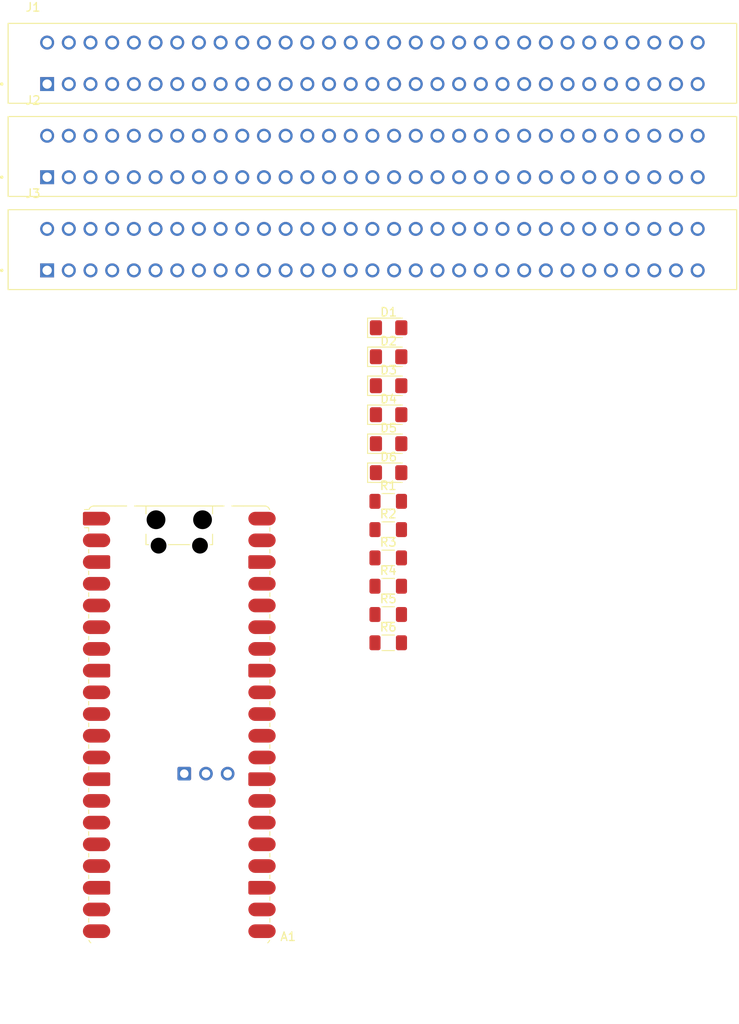
<source format=kicad_pcb>
(kicad_pcb (version 20241229) (generator "pcbnew") (generator_version "9.0")
  (layers (0 "F.Cu" signal) (2 "B.Cu" signal) (13 "F.Paste" user) (15 "B.Paste" user) (5 "F.SilkS" user "F.Silkscreen") (7 "B.SilkS" user "B.Silkscreen") (1 "F.Mask" user) (3 "B.Mask" user) (25 "Edge.Cuts" user))
  (net 0 "")
  (net 1 "/M1_SLP")
  (net 2 "SPI1_SCLK")
  (net 3 "GND")
  (net 6 "+5V")
  (net 9 "/CSI1_CS1")
  (net 10 "Net-(A1-GPIO0)")
  (net 11 "/M1_FLT")
  (net 12 "SPI0_CS1")
  (net 13 "/M1_DIR")
  (net 14 "SPI0_CS2")
  (net 15 "SPI0_SCLK")
  (net 16 "/M1_PWM")
  (net 17 "SPI0_CS0")
  (net 18 "SPI1_MISO")
  (net 19 "/M2_SLP")
  (net 20 "/M2_DIR")
  (net 22 "+3V3")
  (net 23 "Net-(A1-GPIO22)")
  (net 24 "Net-(A1-GPIO8)")
  (net 25 "/M2_FLT")
  (net 28 "Net-(A1-GPIO16)")
  (net 29 "SPI0_MISO")
  (net 30 "SPI0_MOSI")
  (net 31 "/M2_PWM")
  (net 32 "SPI1_CS0")
  (net 33 "SPI1_MOSI")
  (net 34 "Net-(D1-K)")
  (net 35 "Net-(D2-K)")
  (net 36 "Net-(D3-K)")
  (net 37 "Net-(D4-K)")
  (net 38 "Net-(D5-K)")
  (net 39 "Net-(D6-K)")
  (footprint "LED_SMD:LED_1206_3216Metric_Pad1.42x1.75mm_HandSolder" (layer "F.Cu") (at 94.995 83.21)
    (property "Reference" "D5" (at 0 -1.83 0) (layer "F.SilkS"))
    (property "Value" "LED")
    (pad "1" smd roundrect (at -1.4875 0) (size 1.425 1.75) (layers "F.Cu" "F.Mask" "F.Paste") (roundrect_rratio 0.175439) (net 38 "Net-(D5-K)"))
    (pad "2" smd roundrect (at 1.4875 0) (size 1.425 1.75) (layers "F.Cu" "F.Mask" "F.Paste") (roundrect_rratio 0.175439) (net 28 "Net-(A1-GPIO16)"))
  )
  (footprint "Resistor_SMD:R_1206_3216Metric_Pad1.30x1.75mm_HandSolder" (layer "F.Cu") (at 94.95 96.57)
    (property "Reference" "R3" (at 0 -1.83 0) (layer "F.SilkS"))
    (property "Value" "220")
    (pad "1" smd roundrect (at -1.55 0) (size 1.3 1.75) (layers "F.Cu" "F.Mask" "F.Paste") (roundrect_rratio 0.192308) (net 39 "Net-(D6-K)"))
    (pad "2" smd roundrect (at 1.55 0) (size 1.3 1.75) (layers "F.Cu" "F.Mask" "F.Paste") (roundrect_rratio 0.192308) (net 3 "GND"))
  )
  (footprint "LED_SMD:LED_1206_3216Metric_Pad1.42x1.75mm_HandSolder" (layer "F.Cu") (at 94.995 86.6)
    (property "Reference" "D6" (at 0 -1.83 0) (layer "F.SilkS"))
    (property "Value" "LED")
    (pad "1" smd roundrect (at -1.4875 0) (size 1.425 1.75) (layers "F.Cu" "F.Mask" "F.Paste") (roundrect_rratio 0.175439) (net 39 "Net-(D6-K)"))
    (pad "2" smd roundrect (at 1.4875 0) (size 1.425 1.75) (layers "F.Cu" "F.Mask" "F.Paste") (roundrect_rratio 0.175439) (net 23 "Net-(A1-GPIO22)"))
  )
  (footprint "LED_SMD:LED_1206_3216Metric_Pad1.42x1.75mm_HandSolder" (layer "F.Cu") (at 94.995 69.65)
    (property "Reference" "D1" (at 0 -1.83 0) (layer "F.SilkS"))
    (property "Value" "LED")
    (pad "1" smd roundrect (at -1.4875 0) (size 1.425 1.75) (layers "F.Cu" "F.Mask" "F.Paste") (roundrect_rratio 0.175439) (net 34 "Net-(D1-K)"))
    (pad "2" smd roundrect (at 1.4875 0) (size 1.425 1.75) (layers "F.Cu" "F.Mask" "F.Paste") (roundrect_rratio 0.175439) (net 6 "+5V"))
  )
  (footprint "Resistor_SMD:R_1206_3216Metric_Pad1.30x1.75mm_HandSolder" (layer "F.Cu") (at 94.95 106.5)
    (property "Reference" "R6" (at 0 -1.83 0) (layer "F.SilkS"))
    (property "Value" "220")
    (pad "1" smd roundrect (at -1.55 0) (size 1.3 1.75) (layers "F.Cu" "F.Mask" "F.Paste") (roundrect_rratio 0.192308) (net 37 "Net-(D4-K)"))
    (pad "2" smd roundrect (at 1.55 0) (size 1.3 1.75) (layers "F.Cu" "F.Mask" "F.Paste") (roundrect_rratio 0.192308) (net 3 "GND"))
  )
  (footprint "Resistor_SMD:R_1206_3216Metric_Pad1.30x1.75mm_HandSolder" (layer "F.Cu") (at 94.95 89.95)
    (property "Reference" "R1" (at 0 -1.83 0) (layer "F.SilkS"))
    (property "Value" "220")
    (pad "1" smd roundrect (at -1.55 0) (size 1.3 1.75) (layers "F.Cu" "F.Mask" "F.Paste") (roundrect_rratio 0.192308) (net 34 "Net-(D1-K)"))
    (pad "2" smd roundrect (at 1.55 0) (size 1.3 1.75) (layers "F.Cu" "F.Mask" "F.Paste") (roundrect_rratio 0.192308) (net 3 "GND"))
  )
  (footprint "Resistor_SMD:R_1206_3216Metric_Pad1.30x1.75mm_HandSolder" (layer "F.Cu") (at 94.95 103.19)
    (property "Reference" "R5" (at 0 -1.83 0) (layer "F.SilkS"))
    (property "Value" "220")
    (pad "1" smd roundrect (at -1.55 0) (size 1.3 1.75) (layers "F.Cu" "F.Mask" "F.Paste") (roundrect_rratio 0.192308) (net 36 "Net-(D3-K)"))
    (pad "2" smd roundrect (at 1.55 0) (size 1.3 1.75) (layers "F.Cu" "F.Mask" "F.Paste") (roundrect_rratio 0.192308) (net 3 "GND"))
  )
  (footprint "LED_SMD:LED_1206_3216Metric_Pad1.42x1.75mm_HandSolder" (layer "F.Cu") (at 94.995 76.43)
    (property "Reference" "D3" (at 0 -1.83 0) (layer "F.SilkS"))
    (property "Value" "LED")
    (pad "1" smd roundrect (at -1.4875 0) (size 1.425 1.75) (layers "F.Cu" "F.Mask" "F.Paste") (roundrect_rratio 0.175439) (net 36 "Net-(D3-K)"))
    (pad "2" smd roundrect (at 1.4875 0) (size 1.425 1.75) (layers "F.Cu" "F.Mask" "F.Paste") (roundrect_rratio 0.175439) (net 10 "Net-(A1-GPIO0)"))
  )
  (footprint "USR:TE_7-5530843-0" (layer "F.Cu") (at 93.097 60.508)
    (property "Reference" "J3" (at -39.747 -6.5586 0) (layer "F.SilkS"))
    (property "Value" "~")
    (pad "1" thru_hole rect (at -38.1 2.4257) (size 1.6383 1.6383) (drill 1.0922) (layers "*.Cu" "*.Mask"))
    (pad "2" thru_hole circle (at -38.1 -2.4257) (size 1.6383 1.6383) (drill 1.0922) (layers "*.Cu" "*.Mask"))
    (pad "3" thru_hole circle (at -35.56 2.4257) (size 1.6383 1.6383) (drill 1.0922) (layers "*.Cu" "*.Mask"))
    (pad "4" thru_hole circle (at -35.56 -2.4257) (size 1.6383 1.6383) (drill 1.0922) (layers "*.Cu" "*.Mask"))
    (pad "5" thru_hole circle (at -33.02 2.4257) (size 1.6383 1.6383) (drill 1.0922) (layers "*.Cu" "*.Mask"))
    (pad "6" thru_hole circle (at -33.02 -2.4257) (size 1.6383 1.6383) (drill 1.0922) (layers "*.Cu" "*.Mask"))
    (pad "7" thru_hole circle (at -30.48 2.4257) (size 1.6383 1.6383) (drill 1.0922) (layers "*.Cu" "*.Mask"))
    (pad "8" thru_hole circle (at -30.48 -2.4257) (size 1.6383 1.6383) (drill 1.0922) (layers "*.Cu" "*.Mask"))
    (pad "9" thru_hole circle (at -27.94 2.4257) (size 1.6383 1.6383) (drill 1.0922) (layers "*.Cu" "*.Mask"))
    (pad "10" thru_hole circle (at -27.94 -2.4257) (size 1.6383 1.6383) (drill 1.0922) (layers "*.Cu" "*.Mask"))
    (pad "11" thru_hole circle (at -25.4 2.4257) (size 1.6383 1.6383) (drill 1.0922) (layers "*.Cu" "*.Mask"))
    (pad "12" thru_hole circle (at -25.4 -2.4257) (size 1.6383 1.6383) (drill 1.0922) (layers "*.Cu" "*.Mask"))
    (pad "13" thru_hole circle (at -22.86 2.4257) (size 1.6383 1.6383) (drill 1.0922) (layers "*.Cu" "*.Mask"))
    (pad "14" thru_hole circle (at -22.86 -2.4257) (size 1.6383 1.6383) (drill 1.0922) (layers "*.Cu" "*.Mask"))
    (pad "15" thru_hole circle (at -20.32 2.4257) (size 1.6383 1.6383) (drill 1.0922) (layers "*.Cu" "*.Mask"))
    (pad "16" thru_hole circle (at -20.32 -2.4257) (size 1.6383 1.6383) (drill 1.0922) (layers "*.Cu" "*.Mask"))
    (pad "17" thru_hole circle (at -17.78 2.4257) (size 1.6383 1.6383) (drill 1.0922) (layers "*.Cu" "*.Mask"))
    (pad "18" thru_hole circle (at -17.78 -2.4257) (size 1.6383 1.6383) (drill 1.0922) (layers "*.Cu" "*.Mask"))
    (pad "19" thru_hole circle (at -15.24 2.4257) (size 1.6383 1.6383) (drill 1.0922) (layers "*.Cu" "*.Mask"))
    (pad "20" thru_hole circle (at -15.24 -2.4257) (size 1.6383 1.6383) (drill 1.0922) (layers "*.Cu" "*.Mask"))
    (pad "21" thru_hole circle (at -12.7 2.4257) (size 1.6383 1.6383) (drill 1.0922) (layers "*.Cu" "*.Mask"))
    (pad "22" thru_hole circle (at -12.7 -2.4257) (size 1.6383 1.6383) (drill 1.0922) (layers "*.Cu" "*.Mask"))
    (pad "23" thru_hole circle (at -10.16 2.4257) (size 1.6383 1.6383) (drill 1.0922) (layers "*.Cu" "*.Mask"))
    (pad "24" thru_hole circle (at -10.16 -2.4257) (size 1.6383 1.6383) (drill 1.0922) (layers "*.Cu" "*.Mask"))
    (pad "25" thru_hole circle (at -7.62 2.4257) (size 1.6383 1.6383) (drill 1.0922) (layers "*.Cu" "*.Mask"))
    (pad "26" thru_hole circle (at -7.62 -2.4257) (size 1.6383 1.6383) (drill 1.0922) (layers "*.Cu" "*.Mask"))
    (pad "27" thru_hole circle (at -5.08 2.4257) (size 1.6383 1.6383) (drill 1.0922) (layers "*.Cu" "*.Mask"))
    (pad "28" thru_hole circle (at -5.08 -2.4257) (size 1.6383 1.6383) (drill 1.0922) (layers "*.Cu" "*.Mask"))
    (pad "29" thru_hole circle (at -2.54 2.4257) (size 1.6383 1.6383) (drill 1.0922) (layers "*.Cu" "*.Mask"))
    (pad "30" thru_hole circle (at -2.54 -2.4257) (size 1.6383 1.6383) (drill 1.0922) (layers "*.Cu" "*.Mask"))
    (pad "31" thru_hole circle (at 0 2.4257) (size 1.6383 1.6383) (drill 1.0922) (layers "*.Cu" "*.Mask"))
    (pad "32" thru_hole circle (at 0 -2.4257) (size 1.6383 1.6383) (drill 1.0922) (layers "*.Cu" "*.Mask") (net 6 "+5V"))
    (pad "33" thru_hole circle (at 2.54 2.4257) (size 1.6383 1.6383) (drill 1.0922) (layers "*.Cu" "*.Mask") (net 22 "+3V3"))
    (pad "34" thru_hole circle (at 2.54 -2.4257) (size 1.6383 1.6383) (drill 1.0922) (layers "*.Cu" "*.Mask") (net 3 "GND"))
    (pad "35" thru_hole circle (at 5.08 2.4257) (size 1.6383 1.6383) (drill 1.0922) (layers "*.Cu" "*.Mask") (net 30 "SPI0_MOSI"))
    (pad "36" thru_hole circle (at 5.08 -2.4257) (size 1.6383 1.6383) (drill 1.0922) (layers "*.Cu" "*.Mask") (net 29 "SPI0_MISO"))
    (pad "37" thru_hole circle (at 7.62 2.4257) (size 1.6383 1.6383) (drill 1.0922) (layers "*.Cu" "*.Mask") (net 15 "SPI0_SCLK"))
    (pad "38" thru_hole circle (at 7.62 -2.4257) (size 1.6383 1.6383) (drill 1.0922) (layers "*.Cu" "*.Mask") (net 17 "SPI0_CS0"))
    (pad "39" thru_hole circle (at 10.16 2.4257) (size 1.6383 1.6383) (drill 1.0922) (layers "*.Cu" "*.Mask") (net 12 "SPI0_CS1"))
    (pad "40" thru_hole circle (at 10.16 -2.4257) (size 1.6383 1.6383) (drill 1.0922) (layers "*.Cu" "*.Mask") (net 14 "SPI0_CS2"))
    (pad "41" thru_hole circle (at 12.7 2.4257) (size 1.6383 1.6383) (drill 1.0922) (layers "*.Cu" "*.Mask") (net 3 "GND"))
    (pad "42" thru_hole circle (at 12.7 -2.4257) (size 1.6383 1.6383) (drill 1.0922) (layers "*.Cu" "*.Mask") (net 33 "SPI1_MOSI"))
    (pad "43" thru_hole circle (at 15.24 2.4257) (size 1.6383 1.6383) (drill 1.0922) (layers "*.Cu" "*.Mask") (net 18 "SPI1_MISO"))
    (pad "44" thru_hole circle (at 15.24 -2.4257) (size 1.6383 1.6383) (drill 1.0922) (layers "*.Cu" "*.Mask") (net 2 "SPI1_SCLK"))
    (pad "45" thru_hole circle (at 17.78 2.4257) (size 1.6383 1.6383) (drill 1.0922) (layers "*.Cu" "*.Mask") (net 32 "SPI1_CS0"))
    (pad "46" thru_hole circle (at 17.78 -2.4257) (size 1.6383 1.6383) (drill 1.0922) (layers "*.Cu" "*.Mask") (net 9 "/CSI1_CS1"))
    (pad "47" thru_hole circle (at 20.32 2.4257) (size 1.6383 1.6383) (drill 1.0922) (layers "*.Cu" "*.Mask") (net 3 "GND"))
    (pad "48" thru_hole circle (at 20.32 -2.4257) (size 1.6383 1.6383) (drill 1.0922) (layers "*.Cu" "*.Mask") (net 13 "/M1_DIR"))
    (pad "49" thru_hole circle (at 22.86 2.4257) (size 1.6383 1.6383) (drill 1.0922) (layers "*.Cu" "*.Mask") (net 11 "/M1_FLT"))
    (pad "50" thru_hole circle (at 22.86 -2.4257) (size 1.6383 1.6383) (drill 1.0922) (layers "*.Cu" "*.Mask") (net 16 "/M1_PWM"))
    (pad "51" thru_hole circle (at 25.4 2.4257) (size 1.6383 1.6383) (drill 1.0922) (layers "*.Cu" "*.Mask") (net 1 "/M1_SLP"))
    (pad "52" thru_hole circle (at 25.4 -2.4257) (size 1.6383 1.6383) (drill 1.0922) (layers "*.Cu" "*.Mask") (net 3 "GND"))
    (pad "53" thru_hole circle (at 27.94 2.4257) (size 1.6383 1.6383) (drill 1.0922) (layers "*.Cu" "*.Mask") (net 20 "/M2_DIR"))
    (pad "54" thru_hole circle (at 27.94 -2.4257) (size 1.6383 1.6383) (drill 1.0922) (layers "*.Cu" "*.Mask") (net 25 "/M2_FLT"))
    (pad "55" thru_hole circle (at 30.48 2.4257) (size 1.6383 1.6383) (drill 1.0922) (layers "*.Cu" "*.Mask") (net 31 "/M2_PWM"))
    (pad "56" thru_hole circle (at 30.48 -2.4257) (size 1.6383 1.6383) (drill 1.0922) (layers "*.Cu" "*.Mask") (net 19 "/M2_SLP"))
    (pad "57" thru_hole circle (at 33.02 2.4257) (size 1.6383 1.6383) (drill 1.0922) (layers "*.Cu" "*.Mask"))
    (pad "58" thru_hole circle (at 33.02 -2.4257) (size 1.6383 1.6383) (drill 1.0922) (layers "*.Cu" "*.Mask"))
    (pad "59" thru_hole circle (at 35.56 2.4257) (size 1.6383 1.6383) (drill 1.0922) (layers "*.Cu" "*.Mask"))
    (pad "60" thru_hole circle (at 35.56 -2.4257) (size 1.6383 1.6383) (drill 1.0922) (layers "*.Cu" "*.Mask"))
    (pad "61" thru_hole circle (at 38.1 2.4257) (size 1.6383 1.6383) (drill 1.0922) (layers "*.Cu" "*.Mask"))
    (pad "62" thru_hole circle (at 38.1 -2.4257) (size 1.6383 1.6383) (drill 1.0922) (layers "*.Cu" "*.Mask"))
  )
  (footprint "LED_SMD:LED_1206_3216Metric_Pad1.42x1.75mm_HandSolder" (layer "F.Cu") (at 94.995 79.82)
    (property "Reference" "D4" (at 0 -1.83 0) (layer "F.SilkS"))
    (property "Value" "LED")
    (pad "1" smd roundrect (at -1.4875 0) (size 1.425 1.75) (layers "F.Cu" "F.Mask" "F.Paste") (roundrect_rratio 0.175439) (net 37 "Net-(D4-K)"))
    (pad "2" smd roundrect (at 1.4875 0) (size 1.425 1.75) (layers "F.Cu" "F.Mask" "F.Paste") (roundrect_rratio 0.175439) (net 24 "Net-(A1-GPIO8)"))
  )
  (footprint "Module:RaspberryPi_Pico_W_SMD_HandSolder" (layer "F.Cu") (at 70.475 116.105)
    (property "Reference" "A1" (at 11.7475 24.765 0) (layer "F.SilkS") (effects (justify left)))
    (property "Value" "RaspberryPi_Pico_W")
    (pad "" smd rect (at -8.89 -24.13) (size 3.8 2.2) (drill (offset -0.8 0)) (layers "F.Paste"))
    (pad "" smd rect (at -8.89 -21.59) (size 3.8 2.2) (drill (offset -0.8 0)) (layers "F.Paste"))
    (pad "" smd rect (at -8.89 -19.05) (size 3.8 2.2) (drill (offset -0.8 0)) (layers "F.Paste"))
    (pad "" smd rect (at -8.89 -16.51) (size 3.8 2.2) (drill (offset -0.8 0)) (layers "F.Paste"))
    (pad "" smd rect (at -8.89 -13.97) (size 3.8 2.2) (drill (offset -0.8 0)) (layers "F.Paste"))
    (pad "" smd rect (at -8.89 -11.43) (size 3.8 2.2) (drill (offset -0.8 0)) (layers "F.Paste"))
    (pad "" smd rect (at -8.89 -8.89) (size 3.8 2.2) (drill (offset -0.8 0)) (layers "F.Paste"))
    (pad "" smd rect (at -8.89 -6.35) (size 3.8 2.2) (drill (offset -0.8 0)) (layers "F.Paste"))
    (pad "" smd rect (at -8.89 -3.81) (size 3.8 2.2) (drill (offset -0.8 0)) (layers "F.Paste"))
    (pad "" smd rect (at -8.89 -1.27) (size 3.8 2.2) (drill (offset -0.8 0)) (layers "F.Paste"))
    (pad "" smd rect (at -8.89 1.27) (size 3.8 2.2) (drill (offset -0.8 0)) (layers "F.Paste"))
    (pad "" smd rect (at -8.89 3.81) (size 3.8 2.2) (drill (offset -0.8 0)) (layers "F.Paste"))
    (pad "" smd rect (at -8.89 6.35) (size 3.8 2.2) (drill (offset -0.8 0)) (layers "F.Paste"))
    (pad "" smd rect (at -8.89 8.89) (size 3.8 2.2) (drill (offset -0.8 0)) (layers "F.Paste"))
    (pad "" smd rect (at -8.89 11.43) (size 3.8 2.2) (drill (offset -0.8 0)) (layers "F.Paste"))
    (pad "" smd rect (at -8.89 13.97) (size 3.8 2.2) (drill (offset -0.8 0)) (layers "F.Paste"))
    (pad "" smd rect (at -8.89 16.51) (size 3.8 2.2) (drill (offset -0.8 0)) (layers "F.Paste"))
    (pad "" smd rect (at -8.89 19.05) (size 3.8 2.2) (drill (offset -0.8 0)) (layers "F.Paste"))
    (pad "" smd rect (at -8.89 21.59) (size 3.8 2.2) (drill (offset -0.8 0)) (layers "F.Paste"))
    (pad "" smd rect (at -8.89 24.13) (size 3.8 2.2) (drill (offset -0.8 0)) (layers "F.Paste"))
    (pad "" np_thru_hole circle (at -2.725 -24) (size 2.2 2.2) (drill 2.2) (layers "*.Mask"))
    (pad "" np_thru_hole circle (at -2.425 -20.97) (size 1.85 1.85) (drill 1.85) (layers "*.Mask"))
    (pad "" np_thru_hole circle (at 2.425 -20.97) (size 1.85 1.85) (drill 1.85) (layers "*.Mask"))
    (pad "" np_thru_hole circle (at 2.725 -24) (size 2.2 2.2) (drill 2.2) (layers "*.Mask"))
    (pad "" smd rect (at 8.89 -24.13) (size 3.8 2.2) (drill (offset 0.8 0)) (layers "F.Paste"))
    (pad "" smd rect (at 8.89 -21.59) (size 3.8 2.2) (drill (offset 0.8 0)) (layers "F.Paste"))
    (pad "" smd rect (at 8.89 -19.05) (size 3.8 2.2) (drill (offset 0.8 0)) (layers "F.Paste"))
    (pad "" smd rect (at 8.89 -16.51) (size 3.8 2.2) (drill (offset 0.8 0)) (layers "F.Paste"))
    (pad "" smd rect (at 8.89 -13.97) (size 3.8 2.2) (drill (offset 0.8 0)) (layers "F.Paste"))
    (pad "" smd rect (at 8.89 -11.43) (size 3.8 2.2) (drill (offset 0.8 0)) (layers "F.Paste"))
    (pad "" smd rect (at 8.89 -8.89) (size 3.8 2.2) (drill (offset 0.8 0)) (layers "F.Paste"))
    (pad "" smd rect (at 8.89 -6.35) (size 3.8 2.2) (drill (offset 0.8 0)) (layers "F.Paste"))
    (pad "" smd rect (at 8.89 -3.81) (size 3.8 2.2) (drill (offset 0.8 0)) (layers "F.Paste"))
    (pad "" smd rect (at 8.89 -1.27) (size 3.8 2.2) (drill (offset 0.8 0)) (layers "F.Paste"))
    (pad "" smd rect (at 8.89 1.27) (size 3.8 2.2) (drill (offset 0.8 0)) (layers "F.Paste"))
    (pad "" smd rect (at 8.89 3.81) (size 3.8 2.2) (drill (offset 0.8 0)) (layers "F.Paste"))
    (pad "" smd rect (at 8.89 6.35) (size 3.8 2.2) (drill (offset 0.8 0)) (layers "F.Paste"))
    (pad "" smd rect (at 8.89 8.89) (size 3.8 2.2) (drill (offset 0.8 0)) (layers "F.Paste"))
    (pad "" smd rect (at 8.89 11.43) (size 3.8 2.2) (drill (offset 0.8 0)) (layers "F.Paste"))
    (pad "" smd rect (at 8.89 13.97) (size 3.8 2.2) (drill (offset 0.8 0)) (layers "F.Paste"))
    (pad "" smd rect (at 8.89 16.51) (size 3.8 2.2) (drill (offset 0.8 0)) (layers "F.Paste"))
    (pad "" smd rect (at 8.89 19.05) (size 3.8 2.2) (drill (offset 0.8 0)) (layers "F.Paste"))
    (pad "" smd rect (at 8.89 21.59) (size 3.8 2.2) (drill (offset 0.8 0)) (layers "F.Paste"))
    (pad "" smd rect (at 8.89 24.13) (size 3.8 2.2) (drill (offset 0.8 0)) (layers "F.Paste"))
    (pad "1" smd custom (at -9.69 -24.13) (size 1.6 0.8) (layers "F.Cu" "F.Mask") (net 10 "Net-(A1-GPIO0)") (options (clearance outline) (anchor rect)) (primitives (gr_circle (center 0.8 0) (end 1.6 0) (width 0) (fill yes)) (gr_poly (pts (xy -1.6 -0.6) (xy -1.6 0.6) (xy -1.4 0.8) (xy 0.8 0.8) (xy 0.8 -0.8) (xy -1.4 -0.8)) (width 0) (fill yes)) (gr_circle (center -1.4 -0.6) (end -1.2 -0.6) (width 0) (fill yes)) (gr_circle (center -1.4 0.6) (end -1.2 0.6) (width 0) (fill yes))))
    (pad "2" smd roundrect (at -9.69 -21.59) (size 3.2 1.6) (layers "F.Cu" "F.Mask") (roundrect_rratio 0.5) (net 17 "SPI0_CS0"))
    (pad "3" smd custom (at -9.69 -19.05) (size 1.6 0.8) (layers "F.Cu" "F.Mask") (net 3 "GND") (options (clearance outline) (anchor rect)) (primitives (gr_circle (center -0.8 0) (end 0 0) (width 0) (fill yes)) (gr_poly (pts (xy 1.6 -0.6) (xy 1.6 0.6) (xy 1.4 0.8) (xy -0.8 0.8) (xy -0.8 -0.8) (xy 1.4 -0.8)) (width 0) (fill yes)) (gr_circle (center 1.4 -0.6) (end 1.6 -0.6) (width 0) (fill yes)) (gr_circle (center 1.4 0.6) (end 1.6 0.6) (width 0) (fill yes))))
    (pad "4" smd roundrect (at -9.69 -16.51) (size 3.2 1.6) (layers "F.Cu" "F.Mask") (roundrect_rratio 0.5) (net 15 "SPI0_SCLK"))
    (pad "5" smd roundrect (at -9.69 -13.97) (size 3.2 1.6) (layers "F.Cu" "F.Mask") (roundrect_rratio 0.5) (net 30 "SPI0_MOSI"))
    (pad "6" smd roundrect (at -9.69 -11.43) (size 3.2 1.6) (layers "F.Cu" "F.Mask") (roundrect_rratio 0.5) (net 29 "SPI0_MISO"))
    (pad "7" smd roundrect (at -9.69 -8.89) (size 3.2 1.6) (layers "F.Cu" "F.Mask") (roundrect_rratio 0.5) (net 12 "SPI0_CS1"))
    (pad "8" smd custom (at -9.69 -6.35) (size 1.6 0.8) (layers "F.Cu" "F.Mask") (net 3 "GND") (options (clearance outline) (anchor rect)) (primitives (gr_circle (center -0.8 0) (end 0 0) (width 0) (fill yes)) (gr_poly (pts (xy 1.6 -0.6) (xy 1.6 0.6) (xy 1.4 0.8) (xy -0.8 0.8) (xy -0.8 -0.8) (xy 1.4 -0.8)) (width 0) (fill yes)) (gr_circle (center 1.4 -0.6) (end 1.6 -0.6) (width 0) (fill yes)) (gr_circle (center 1.4 0.6) (end 1.6 0.6) (width 0) (fill yes))))
    (pad "9" smd roundrect (at -9.69 -3.81) (size 3.2 1.6) (layers "F.Cu" "F.Mask") (roundrect_rratio 0.5) (net 13 "/M1_DIR"))
    (pad "10" smd roundrect (at -9.69 -1.27) (size 3.2 1.6) (layers "F.Cu" "F.Mask") (roundrect_rratio 0.5) (net 20 "/M2_DIR"))
    (pad "11" smd roundrect (at -9.69 1.27) (size 3.2 1.6) (layers "F.Cu" "F.Mask") (roundrect_rratio 0.5) (net 24 "Net-(A1-GPIO8)"))
    (pad "12" smd roundrect (at -9.69 3.81) (size 3.2 1.6) (layers "F.Cu" "F.Mask") (roundrect_rratio 0.5) (net 32 "SPI1_CS0"))
    (pad "13" smd custom (at -9.69 6.35) (size 1.6 0.8) (layers "F.Cu" "F.Mask") (net 3 "GND") (options (clearance outline) (anchor rect)) (primitives (gr_circle (center -0.8 0) (end 0 0) (width 0) (fill yes)) (gr_poly (pts (xy 1.6 -0.6) (xy 1.6 0.6) (xy 1.4 0.8) (xy -0.8 0.8) (xy -0.8 -0.8) (xy 1.4 -0.8)) (width 0) (fill yes)) (gr_circle (center 1.4 -0.6) (end 1.6 -0.6) (width 0) (fill yes)) (gr_circle (center 1.4 0.6) (end 1.6 0.6) (width 0) (fill yes))))
    (pad "14" smd roundrect (at -9.69 8.89) (size 3.2 1.6) (layers "F.Cu" "F.Mask") (roundrect_rratio 0.5) (net 2 "SPI1_SCLK"))
    (pad "15" smd roundrect (at -9.69 11.43) (size 3.2 1.6) (layers "F.Cu" "F.Mask") (roundrect_rratio 0.5) (net 33 "SPI1_MOSI"))
    (pad "16" smd roundrect (at -9.69 13.97) (size 3.2 1.6) (layers "F.Cu" "F.Mask") (roundrect_rratio 0.5) (net 18 "SPI1_MISO"))
    (pad "17" smd roundrect (at -9.69 16.51) (size 3.2 1.6) (layers "F.Cu" "F.Mask") (roundrect_rratio 0.5) (net 9 "/CSI1_CS1"))
    (pad "18" smd custom (at -9.69 19.05) (size 1.6 0.8) (layers "F.Cu" "F.Mask") (net 3 "GND") (options (clearance outline) (anchor rect)) (primitives (gr_circle (center -0.8 0) (end 0 0) (width 0) (fill yes)) (gr_poly (pts (xy 1.6 -0.6) (xy 1.6 0.6) (xy 1.4 0.8) (xy -0.8 0.8) (xy -0.8 -0.8) (xy 1.4 -0.8)) (width 0) (fill yes)) (gr_circle (center 1.4 -0.6) (end 1.6 -0.6) (width 0) (fill yes)) (gr_circle (center 1.4 0.6) (end 1.6 0.6) (width 0) (fill yes))))
    (pad "19" smd roundrect (at -9.69 21.59) (size 3.2 1.6) (layers "F.Cu" "F.Mask") (roundrect_rratio 0.5) (net 16 "/M1_PWM"))
    (pad "20" smd roundrect (at -9.69 24.13) (size 3.2 1.6) (layers "F.Cu" "F.Mask") (roundrect_rratio 0.5) (net 31 "/M2_PWM"))
    (pad "21" smd roundrect (at 9.69 24.13) (size 3.2 1.6) (layers "F.Cu" "F.Mask") (roundrect_rratio 0.5) (net 28 "Net-(A1-GPIO16)"))
    (pad "22" smd roundrect (at 9.69 21.59) (size 3.2 1.6) (layers "F.Cu" "F.Mask") (roundrect_rratio 0.5) (net 14 "SPI0_CS2"))
    (pad "23" smd custom (at 9.69 19.05) (size 1.6 0.8) (layers "F.Cu" "F.Mask") (net 3 "GND") (options (clearance outline) (anchor rect)) (primitives (gr_circle (center 0.8 0) (end 1.6 0) (width 0) (fill yes)) (gr_poly (pts (xy -1.6 -0.6) (xy -1.6 0.6) (xy -1.4 0.8) (xy 0.8 0.8) (xy 0.8 -0.8) (xy -1.4 -0.8)) (width 0) (fill yes)) (gr_circle (center -1.4 -0.6) (end -1.2 -0.6) (width 0) (fill yes)) (gr_circle (center -1.4 0.6) (end -1.2 0.6) (width 0) (fill yes))))
    (pad "24" smd roundrect (at 9.69 16.51) (size 3.2 1.6) (layers "F.Cu" "F.Mask") (roundrect_rratio 0.5) (net 1 "/M1_SLP"))
    (pad "25" smd roundrect (at 9.69 13.97) (size 3.2 1.6) (layers "F.Cu" "F.Mask") (roundrect_rratio 0.5) (net 19 "/M2_SLP"))
    (pad "26" smd roundrect (at 9.69 11.43) (size 3.2 1.6) (layers "F.Cu" "F.Mask") (roundrect_rratio 0.5) (net 11 "/M1_FLT"))
    (pad "27" smd roundrect (at 9.69 8.89) (size 3.2 1.6) (layers "F.Cu" "F.Mask") (roundrect_rratio 0.5) (net 25 "/M2_FLT"))
    (pad "28" smd custom (at 9.69 6.35) (size 1.6 0.8) (layers "F.Cu" "F.Mask") (net 3 "GND") (options (clearance outline) (anchor rect)) (primitives (gr_circle (center 0.8 0) (end 1.6 0) (width 0) (fill yes)) (gr_poly (pts (xy -1.6 -0.6) (xy -1.6 0.6) (xy -1.4 0.8) (xy 0.8 0.8) (xy 0.8 -0.8) (xy -1.4 -0.8)) (width 0) (fill yes)) (gr_circle (center -1.4 -0.6) (end -1.2 -0.6) (width 0) (fill yes)) (gr_circle (center -1.4 0.6) (end -1.2 0.6) (width 0) (fill yes))))
    (pad "29" smd roundrect (at 9.69 3.81) (size 3.2 1.6) (layers "F.Cu" "F.Mask") (roundrect_rratio 0.5) (net 23 "Net-(A1-GPIO22)"))
    (pad "30" smd roundrect (at 9.69 1.27) (size 3.2 1.6) (layers "F.Cu" "F.Mask") (roundrect_rratio 0.5))
    (pad "31" smd roundrect (at 9.69 -1.27) (size 3.2 1.6) (layers "F.Cu" "F.Mask") (roundrect_rratio 0.5))
    (pad "32" smd roundrect (at 9.69 -3.81) (size 3.2 1.6) (layers "F.Cu" "F.Mask") (roundrect_rratio 0.5))
    (pad "33" smd custom (at 9.69 -6.35) (size 1.6 0.8) (layers "F.Cu" "F.Mask") (net 3 "GND") (options (clearance outline) (anchor rect)) (primitives (gr_circle (center 0.8 0) (end 1.6 0) (width 0) (fill yes)) (gr_poly (pts (xy -1.6 -0.6) (xy -1.6 0.6) (xy -1.4 0.8) (xy 0.8 0.8) (xy 0.8 -0.8) (xy -1.4 -0.8)) (width 0) (fill yes)) (gr_circle (center -1.4 -0.6) (end -1.2 -0.6) (width 0) (fill yes)) (gr_circle (center -1.4 0.6) (end -1.2 0.6) (width 0) (fill yes))))
    (pad "34" smd roundrect (at 9.69 -8.89) (size 3.2 1.6) (layers "F.Cu" "F.Mask") (roundrect_rratio 0.5))
    (pad "35" smd roundrect (at 9.69 -11.43) (size 3.2 1.6) (layers "F.Cu" "F.Mask") (roundrect_rratio 0.5))
    (pad "36" smd roundrect (at 9.69 -13.97) (size 3.2 1.6) (layers "F.Cu" "F.Mask") (roundrect_rratio 0.5) (net 22 "+3V3"))
    (pad "37" smd roundrect (at 9.69 -16.51) (size 3.2 1.6) (layers "F.Cu" "F.Mask") (roundrect_rratio 0.5))
    (pad "38" smd custom (at 9.69 -19.05) (size 1.6 0.8) (layers "F.Cu" "F.Mask") (net 3 "GND") (options (clearance outline) (anchor rect)) (primitives (gr_circle (center 0.8 0) (end 1.6 0) (width 0) (fill yes)) (gr_poly (pts (xy -1.6 -0.6) (xy -1.6 0.6) (xy -1.4 0.8) (xy 0.8 0.8) (xy 0.8 -0.8) (xy -1.4 -0.8)) (width 0) (fill yes)) (gr_circle (center -1.4 -0.6) (end -1.2 -0.6) (width 0) (fill yes)) (gr_circle (center -1.4 0.6) (end -1.2 0.6) (width 0) (fill yes))))
    (pad "39" smd roundrect (at 9.69 -21.59) (size 3.2 1.6) (layers "F.Cu" "F.Mask") (roundrect_rratio 0.5) (net 6 "+5V"))
    (pad "40" smd roundrect (at 9.69 -24.13) (size 3.2 1.6) (layers "F.Cu" "F.Mask") (roundrect_rratio 0.5))
    (pad "D1" thru_hole roundrect (at 0.5841 5.7) (size 1.6 1.6) (drill 1) (layers "*.Cu" "*.Mask") (roundrect_rratio 0.125))
    (pad "D2" thru_hole circle (at 3.1241 5.7) (size 1.6 1.6) (drill 1) (layers "*.Cu" "*.Mask"))
    (pad "D3" thru_hole circle (at 5.6641 5.7) (size 1.6 1.6) (drill 1) (layers "*.Cu" "*.Mask"))
  )
  (footprint "Resistor_SMD:R_1206_3216Metric_Pad1.30x1.75mm_HandSolder" (layer "F.Cu") (at 94.95 93.26)
    (property "Reference" "R2" (at 0 -1.83 0) (layer "F.SilkS"))
    (property "Value" "220")
    (pad "1" smd roundrect (at -1.55 0) (size 1.3 1.75) (layers "F.Cu" "F.Mask" "F.Paste") (roundrect_rratio 0.192308) (net 35 "Net-(D2-K)"))
    (pad "2" smd roundrect (at 1.55 0) (size 1.3 1.75) (layers "F.Cu" "F.Mask" "F.Paste") (roundrect_rratio 0.192308) (net 3 "GND"))
  )
  (footprint "USR:TE_7-5530843-0" (layer "F.Cu") (at 93.097 49.6108)
    (property "Reference" "J2" (at -39.747 -6.5586 0) (layer "F.SilkS"))
    (property "Value" "~")
    (pad "1" thru_hole rect (at -38.1 2.4257) (size 1.6383 1.6383) (drill 1.0922) (layers "*.Cu" "*.Mask"))
    (pad "2" thru_hole circle (at -38.1 -2.4257) (size 1.6383 1.6383) (drill 1.0922) (layers "*.Cu" "*.Mask"))
    (pad "3" thru_hole circle (at -35.56 2.4257) (size 1.6383 1.6383) (drill 1.0922) (layers "*.Cu" "*.Mask"))
    (pad "4" thru_hole circle (at -35.56 -2.4257) (size 1.6383 1.6383) (drill 1.0922) (layers "*.Cu" "*.Mask"))
    (pad "5" thru_hole circle (at -33.02 2.4257) (size 1.6383 1.6383) (drill 1.0922) (layers "*.Cu" "*.Mask"))
    (pad "6" thru_hole circle (at -33.02 -2.4257) (size 1.6383 1.6383) (drill 1.0922) (layers "*.Cu" "*.Mask"))
    (pad "7" thru_hole circle (at -30.48 2.4257) (size 1.6383 1.6383) (drill 1.0922) (layers "*.Cu" "*.Mask"))
    (pad "8" thru_hole circle (at -30.48 -2.4257) (size 1.6383 1.6383) (drill 1.0922) (layers "*.Cu" "*.Mask"))
    (pad "9" thru_hole circle (at -27.94 2.4257) (size 1.6383 1.6383) (drill 1.0922) (layers "*.Cu" "*.Mask"))
    (pad "10" thru_hole circle (at -27.94 -2.4257) (size 1.6383 1.6383) (drill 1.0922) (layers "*.Cu" "*.Mask"))
    (pad "11" thru_hole circle (at -25.4 2.4257) (size 1.6383 1.6383) (drill 1.0922) (layers "*.Cu" "*.Mask"))
    (pad "12" thru_hole circle (at -25.4 -2.4257) (size 1.6383 1.6383) (drill 1.0922) (layers "*.Cu" "*.Mask"))
    (pad "13" thru_hole circle (at -22.86 2.4257) (size 1.6383 1.6383) (drill 1.0922) (layers "*.Cu" "*.Mask"))
    (pad "14" thru_hole circle (at -22.86 -2.4257) (size 1.6383 1.6383) (drill 1.0922) (layers "*.Cu" "*.Mask"))
    (pad "15" thru_hole circle (at -20.32 2.4257) (size 1.6383 1.6383) (drill 1.0922) (layers "*.Cu" "*.Mask"))
    (pad "16" thru_hole circle (at -20.32 -2.4257) (size 1.6383 1.6383) (drill 1.0922) (layers "*.Cu" "*.Mask"))
    (pad "17" thru_hole circle (at -17.78 2.4257) (size 1.6383 1.6383) (drill 1.0922) (layers "*.Cu" "*.Mask"))
    (pad "18" thru_hole circle (at -17.78 -2.4257) (size 1.6383 1.6383) (drill 1.0922) (layers "*.Cu" "*.Mask"))
    (pad "19" thru_hole circle (at -15.24 2.4257) (size 1.6383 1.6383) (drill 1.0922) (layers "*.Cu" "*.Mask"))
    (pad "20" thru_hole circle (at -15.24 -2.4257) (size 1.6383 1.6383) (drill 1.0922) (layers "*.Cu" "*.Mask"))
    (pad "21" thru_hole circle (at -12.7 2.4257) (size 1.6383 1.6383) (drill 1.0922) (layers "*.Cu" "*.Mask"))
    (pad "22" thru_hole circle (at -12.7 -2.4257) (size 1.6383 1.6383) (drill 1.0922) (layers "*.Cu" "*.Mask"))
    (pad "23" thru_hole circle (at -10.16 2.4257) (size 1.6383 1.6383) (drill 1.0922) (layers "*.Cu" "*.Mask"))
    (pad "24" thru_hole circle (at -10.16 -2.4257) (size 1.6383 1.6383) (drill 1.0922) (layers "*.Cu" "*.Mask"))
    (pad "25" thru_hole circle (at -7.62 2.4257) (size 1.6383 1.6383) (drill 1.0922) (layers "*.Cu" "*.Mask"))
    (pad "26" thru_hole circle (at -7.62 -2.4257) (size 1.6383 1.6383) (drill 1.0922) (layers "*.Cu" "*.Mask"))
    (pad "27" thru_hole circle (at -5.08 2.4257) (size 1.6383 1.6383) (drill 1.0922) (layers "*.Cu" "*.Mask"))
    (pad "28" thru_hole circle (at -5.08 -2.4257) (size 1.6383 1.6383) (drill 1.0922) (layers "*.Cu" "*.Mask"))
    (pad "29" thru_hole circle (at -2.54 2.4257) (size 1.6383 1.6383) (drill 1.0922) (layers "*.Cu" "*.Mask"))
    (pad "30" thru_hole circle (at -2.54 -2.4257) (size 1.6383 1.6383) (drill 1.0922) (layers "*.Cu" "*.Mask"))
    (pad "31" thru_hole circle (at 0 2.4257) (size 1.6383 1.6383) (drill 1.0922) (layers "*.Cu" "*.Mask"))
    (pad "32" thru_hole circle (at 0 -2.4257) (size 1.6383 1.6383) (drill 1.0922) (layers "*.Cu" "*.Mask") (net 6 "+5V"))
    (pad "33" thru_hole circle (at 2.54 2.4257) (size 1.6383 1.6383) (drill 1.0922) (layers "*.Cu" "*.Mask") (net 22 "+3V3"))
    (pad "34" thru_hole circle (at 2.54 -2.4257) (size 1.6383 1.6383) (drill 1.0922) (layers "*.Cu" "*.Mask") (net 3 "GND"))
    (pad "35" thru_hole circle (at 5.08 2.4257) (size 1.6383 1.6383) (drill 1.0922) (layers "*.Cu" "*.Mask") (net 30 "SPI0_MOSI"))
    (pad "36" thru_hole circle (at 5.08 -2.4257) (size 1.6383 1.6383) (drill 1.0922) (layers "*.Cu" "*.Mask") (net 29 "SPI0_MISO"))
    (pad "37" thru_hole circle (at 7.62 2.4257) (size 1.6383 1.6383) (drill 1.0922) (layers "*.Cu" "*.Mask") (net 15 "SPI0_SCLK"))
    (pad "38" thru_hole circle (at 7.62 -2.4257) (size 1.6383 1.6383) (drill 1.0922) (layers "*.Cu" "*.Mask") (net 17 "SPI0_CS0"))
    (pad "39" thru_hole circle (at 10.16 2.4257) (size 1.6383 1.6383) (drill 1.0922) (layers "*.Cu" "*.Mask") (net 12 "SPI0_CS1"))
    (pad "40" thru_hole circle (at 10.16 -2.4257) (size 1.6383 1.6383) (drill 1.0922) (layers "*.Cu" "*.Mask") (net 14 "SPI0_CS2"))
    (pad "41" thru_hole circle (at 12.7 2.4257) (size 1.6383 1.6383) (drill 1.0922) (layers "*.Cu" "*.Mask") (net 3 "GND"))
    (pad "42" thru_hole circle (at 12.7 -2.4257) (size 1.6383 1.6383) (drill 1.0922) (layers "*.Cu" "*.Mask") (net 33 "SPI1_MOSI"))
    (pad "43" thru_hole circle (at 15.24 2.4257) (size 1.6383 1.6383) (drill 1.0922) (layers "*.Cu" "*.Mask") (net 18 "SPI1_MISO"))
    (pad "44" thru_hole circle (at 15.24 -2.4257) (size 1.6383 1.6383) (drill 1.0922) (layers "*.Cu" "*.Mask") (net 2 "SPI1_SCLK"))
    (pad "45" thru_hole circle (at 17.78 2.4257) (size 1.6383 1.6383) (drill 1.0922) (layers "*.Cu" "*.Mask") (net 32 "SPI1_CS0"))
    (pad "46" thru_hole circle (at 17.78 -2.4257) (size 1.6383 1.6383) (drill 1.0922) (layers "*.Cu" "*.Mask") (net 9 "/CSI1_CS1"))
    (pad "47" thru_hole circle (at 20.32 2.4257) (size 1.6383 1.6383) (drill 1.0922) (layers "*.Cu" "*.Mask") (net 3 "GND"))
    (pad "48" thru_hole circle (at 20.32 -2.4257) (size 1.6383 1.6383) (drill 1.0922) (layers "*.Cu" "*.Mask") (net 13 "/M1_DIR"))
    (pad "49" thru_hole circle (at 22.86 2.4257) (size 1.6383 1.6383) (drill 1.0922) (layers "*.Cu" "*.Mask") (net 11 "/M1_FLT"))
    (pad "50" thru_hole circle (at 22.86 -2.4257) (size 1.6383 1.6383) (drill 1.0922) (layers "*.Cu" "*.Mask") (net 16 "/M1_PWM"))
    (pad "51" thru_hole circle (at 25.4 2.4257) (size 1.6383 1.6383) (drill 1.0922) (layers "*.Cu" "*.Mask") (net 1 "/M1_SLP"))
    (pad "52" thru_hole circle (at 25.4 -2.4257) (size 1.6383 1.6383) (drill 1.0922) (layers "*.Cu" "*.Mask") (net 3 "GND"))
    (pad "53" thru_hole circle (at 27.94 2.4257) (size 1.6383 1.6383) (drill 1.0922) (layers "*.Cu" "*.Mask") (net 20 "/M2_DIR"))
    (pad "54" thru_hole circle (at 27.94 -2.4257) (size 1.6383 1.6383) (drill 1.0922) (layers "*.Cu" "*.Mask") (net 25 "/M2_FLT"))
    (pad "55" thru_hole circle (at 30.48 2.4257) (size 1.6383 1.6383) (drill 1.0922) (layers "*.Cu" "*.Mask") (net 31 "/M2_PWM"))
    (pad "56" thru_hole circle (at 30.48 -2.4257) (size 1.6383 1.6383) (drill 1.0922) (layers "*.Cu" "*.Mask") (net 19 "/M2_SLP"))
    (pad "57" thru_hole circle (at 33.02 2.4257) (size 1.6383 1.6383) (drill 1.0922) (layers "*.Cu" "*.Mask"))
    (pad "58" thru_hole circle (at 33.02 -2.4257) (size 1.6383 1.6383) (drill 1.0922) (layers "*.Cu" "*.Mask"))
    (pad "59" thru_hole circle (at 35.56 2.4257) (size 1.6383 1.6383) (drill 1.0922) (layers "*.Cu" "*.Mask"))
    (pad "60" thru_hole circle (at 35.56 -2.4257) (size 1.6383 1.6383) (drill 1.0922) (layers "*.Cu" "*.Mask"))
    (pad "61" thru_hole circle (at 38.1 2.4257) (size 1.6383 1.6383) (drill 1.0922) (layers "*.Cu" "*.Mask"))
    (pad "62" thru_hole circle (at 38.1 -2.4257) (size 1.6383 1.6383) (drill 1.0922) (layers "*.Cu" "*.Mask"))
  )
  (footprint "USR:TE_7-5530843-0" (layer "F.Cu") (at 93.097 38.7136)
    (property "Reference" "J1" (at -39.747 -6.5586 0) (layer "F.SilkS"))
    (property "Value" "~")
    (pad "1" thru_hole rect (at -38.1 2.4257) (size 1.6383 1.6383) (drill 1.0922) (layers "*.Cu" "*.Mask"))
    (pad "2" thru_hole circle (at -38.1 -2.4257) (size 1.6383 1.6383) (drill 1.0922) (layers "*.Cu" "*.Mask"))
    (pad "3" thru_hole circle (at -35.56 2.4257) (size 1.6383 1.6383) (drill 1.0922) (layers "*.Cu" "*.Mask"))
    (pad "4" thru_hole circle (at -35.56 -2.4257) (size 1.6383 1.6383) (drill 1.0922) (layers "*.Cu" "*.Mask"))
    (pad "5" thru_hole circle (at -33.02 2.4257) (size 1.6383 1.6383) (drill 1.0922) (layers "*.Cu" "*.Mask"))
    (pad "6" thru_hole circle (at -33.02 -2.4257) (size 1.6383 1.6383) (drill 1.0922) (layers "*.Cu" "*.Mask"))
    (pad "7" thru_hole circle (at -30.48 2.4257) (size 1.6383 1.6383) (drill 1.0922) (layers "*.Cu" "*.Mask"))
    (pad "8" thru_hole circle (at -30.48 -2.4257) (size 1.6383 1.6383) (drill 1.0922) (layers "*.Cu" "*.Mask"))
    (pad "9" thru_hole circle (at -27.94 2.4257) (size 1.6383 1.6383) (drill 1.0922) (layers "*.Cu" "*.Mask"))
    (pad "10" thru_hole circle (at -27.94 -2.4257) (size 1.6383 1.6383) (drill 1.0922) (layers "*.Cu" "*.Mask"))
    (pad "11" thru_hole circle (at -25.4 2.4257) (size 1.6383 1.6383) (drill 1.0922) (layers "*.Cu" "*.Mask"))
    (pad "12" thru_hole circle (at -25.4 -2.4257) (size 1.6383 1.6383) (drill 1.0922) (layers "*.Cu" "*.Mask"))
    (pad "13" thru_hole circle (at -22.86 2.4257) (size 1.6383 1.6383) (drill 1.0922) (layers "*.Cu" "*.Mask"))
    (pad "14" thru_hole circle (at -22.86 -2.4257) (size 1.6383 1.6383) (drill 1.0922) (layers "*.Cu" "*.Mask"))
    (pad "15" thru_hole circle (at -20.32 2.4257) (size 1.6383 1.6383) (drill 1.0922) (layers "*.Cu" "*.Mask"))
    (pad "16" thru_hole circle (at -20.32 -2.4257) (size 1.6383 1.6383) (drill 1.0922) (layers "*.Cu" "*.Mask"))
    (pad "17" thru_hole circle (at -17.78 2.4257) (size 1.6383 1.6383) (drill 1.0922) (layers "*.Cu" "*.Mask"))
    (pad "18" thru_hole circle (at -17.78 -2.4257) (size 1.6383 1.6383) (drill 1.0922) (layers "*.Cu" "*.Mask"))
    (pad "19" thru_hole circle (at -15.24 2.4257) (size 1.6383 1.6383) (drill 1.0922) (layers "*.Cu" "*.Mask"))
    (pad "20" thru_hole circle (at -15.24 -2.4257) (size 1.6383 1.6383) (drill 1.0922) (layers "*.Cu" "*.Mask"))
    (pad "21" thru_hole circle (at -12.7 2.4257) (size 1.6383 1.6383) (drill 1.0922) (layers "*.Cu" "*.Mask"))
    (pad "22" thru_hole circle (at -12.7 -2.4257) (size 1.6383 1.6383) (drill 1.0922) (layers "*.Cu" "*.Mask"))
    (pad "23" thru_hole circle (at -10.16 2.4257) (size 1.6383 1.6383) (drill 1.0922) (layers "*.Cu" "*.Mask"))
    (pad "24" thru_hole circle (at -10.16 -2.4257) (size 1.6383 1.6383) (drill 1.0922) (layers "*.Cu" "*.Mask"))
    (pad "25" thru_hole circle (at -7.62 2.4257) (size 1.6383 1.6383) (drill 1.0922) (layers "*.Cu" "*.Mask"))
    (pad "26" thru_hole circle (at -7.62 -2.4257) (size 1.6383 1.6383) (drill 1.0922) (layers "*.Cu" "*.Mask"))
    (pad "27" thru_hole circle (at -5.08 2.4257) (size 1.6383 1.6383) (drill 1.0922) (layers "*.Cu" "*.Mask"))
    (pad "28" thru_hole circle (at -5.08 -2.4257) (size 1.6383 1.6383) (drill 1.0922) (layers "*.Cu" "*.Mask"))
    (pad "29" thru_hole circle (at -2.54 2.4257) (size 1.6383 1.6383) (drill 1.0922) (layers "*.Cu" "*.Mask"))
    (pad "30" thru_hole circle (at -2.54 -2.4257) (size 1.6383 1.6383) (drill 1.0922) (layers "*.Cu" "*.Mask"))
    (pad "31" thru_hole circle (at 0 2.4257) (size 1.6383 1.6383) (drill 1.0922) (layers "*.Cu" "*.Mask"))
    (pad "32" thru_hole circle (at 0 -2.4257) (size 1.6383 1.6383) (drill 1.0922) (layers "*.Cu" "*.Mask") (net 6 "+5V"))
    (pad "33" thru_hole circle (at 2.54 2.4257) (size 1.6383 1.6383) (drill 1.0922) (layers "*.Cu" "*.Mask") (net 22 "+3V3"))
    (pad "34" thru_hole circle (at 2.54 -2.4257) (size 1.6383 1.6383) (drill 1.0922) (layers "*.Cu" "*.Mask") (net 3 "GND"))
    (pad "35" thru_hole circle (at 5.08 2.4257) (size 1.6383 1.6383) (drill 1.0922) (layers "*.Cu" "*.Mask") (net 30 "SPI0_MOSI"))
    (pad "36" thru_hole circle (at 5.08 -2.4257) (size 1.6383 1.6383) (drill 1.0922) (layers "*.Cu" "*.Mask") (net 29 "SPI0_MISO"))
    (pad "37" thru_hole circle (at 7.62 2.4257) (size 1.6383 1.6383) (drill 1.0922) (layers "*.Cu" "*.Mask") (net 15 "SPI0_SCLK"))
    (pad "38" thru_hole circle (at 7.62 -2.4257) (size 1.6383 1.6383) (drill 1.0922) (layers "*.Cu" "*.Mask") (net 17 "SPI0_CS0"))
    (pad "39" thru_hole circle (at 10.16 2.4257) (size 1.6383 1.6383) (drill 1.0922) (layers "*.Cu" "*.Mask") (net 12 "SPI0_CS1"))
    (pad "40" thru_hole circle (at 10.16 -2.4257) (size 1.6383 1.6383) (drill 1.0922) (layers "*.Cu" "*.Mask") (net 14 "SPI0_CS2"))
    (pad "41" thru_hole circle (at 12.7 2.4257) (size 1.6383 1.6383) (drill 1.0922) (layers "*.Cu" "*.Mask") (net 3 "GND"))
    (pad "42" thru_hole circle (at 12.7 -2.4257) (size 1.6383 1.6383) (drill 1.0922) (layers "*.Cu" "*.Mask") (net 33 "SPI1_MOSI"))
    (pad "43" thru_hole circle (at 15.24 2.4257) (size 1.6383 1.6383) (drill 1.0922) (layers "*.Cu" "*.Mask") (net 18 "SPI1_MISO"))
    (pad "44" thru_hole circle (at 15.24 -2.4257) (size 1.6383 1.6383) (drill 1.0922) (layers "*.Cu" "*.Mask") (net 2 "SPI1_SCLK"))
    (pad "45" thru_hole circle (at 17.78 2.4257) (size 1.6383 1.6383) (drill 1.0922) (layers "*.Cu" "*.Mask") (net 32 "SPI1_CS0"))
    (pad "46" thru_hole circle (at 17.78 -2.4257) (size 1.6383 1.6383) (drill 1.0922) (layers "*.Cu" "*.Mask") (net 9 "/CSI1_CS1"))
    (pad "47" thru_hole circle (at 20.32 2.4257) (size 1.6383 1.6383) (drill 1.0922) (layers "*.Cu" "*.Mask") (net 3 "GND"))
    (pad "48" thru_hole circle (at 20.32 -2.4257) (size 1.6383 1.6383) (drill 1.0922) (layers "*.Cu" "*.Mask") (net 13 "/M1_DIR"))
    (pad "49" thru_hole circle (at 22.86 2.4257) (size 1.6383 1.6383) (drill 1.0922) (layers "*.Cu" "*.Mask") (net 11 "/M1_FLT"))
    (pad "50" thru_hole circle (at 22.86 -2.4257) (size 1.6383 1.6383) (drill 1.0922) (layers "*.Cu" "*.Mask") (net 16 "/M1_PWM"))
    (pad "51" thru_hole circle (at 25.4 2.4257) (size 1.6383 1.6383) (drill 1.0922) (layers "*.Cu" "*.Mask") (net 1 "/M1_SLP"))
    (pad "52" thru_hole circle (at 25.4 -2.4257) (size 1.6383 1.6383) (drill 1.0922) (layers "*.Cu" "*.Mask") (net 3 "GND"))
    (pad "53" thru_hole circle (at 27.94 2.4257) (size 1.6383 1.6383) (drill 1.0922) (layers "*.Cu" "*.Mask") (net 20 "/M2_DIR"))
    (pad "54" thru_hole circle (at 27.94 -2.4257) (size 1.6383 1.6383) (drill 1.0922) (layers "*.Cu" "*.Mask") (net 25 "/M2_FLT"))
    (pad "55" thru_hole circle (at 30.48 2.4257) (size 1.6383 1.6383) (drill 1.0922) (layers "*.Cu" "*.Mask") (net 31 "/M2_PWM"))
    (pad "56" thru_hole circle (at 30.48 -2.4257) (size 1.6383 1.6383) (drill 1.0922) (layers "*.Cu" "*.Mask") (net 19 "/M2_SLP"))
    (pad "57" thru_hole circle (at 33.02 2.4257) (size 1.6383 1.6383) (drill 1.0922) (layers "*.Cu" "*.Mask"))
    (pad "58" thru_hole circle (at 33.02 -2.4257) (size 1.6383 1.6383) (drill 1.0922) (layers "*.Cu" "*.Mask"))
    (pad "59" thru_hole circle (at 35.56 2.4257) (size 1.6383 1.6383) (drill 1.0922) (layers "*.Cu" "*.Mask"))
    (pad "60" thru_hole circle (at 35.56 -2.4257) (size 1.6383 1.6383) (drill 1.0922) (layers "*.Cu" "*.Mask"))
    (pad "61" thru_hole circle (at 38.1 2.4257) (size 1.6383 1.6383) (drill 1.0922) (layers "*.Cu" "*.Mask"))
    (pad "62" thru_hole circle (at 38.1 -2.4257) (size 1.6383 1.6383) (drill 1.0922) (layers "*.Cu" "*.Mask"))
  )
  (footprint "Resistor_SMD:R_1206_3216Metric_Pad1.30x1.75mm_HandSolder" (layer "F.Cu") (at 94.95 99.88)
    (property "Reference" "R4" (at 0 -1.83 0) (layer "F.SilkS"))
    (property "Value" "220")
    (pad "1" smd roundrect (at -1.55 0) (size 1.3 1.75) (layers "F.Cu" "F.Mask" "F.Paste") (roundrect_rratio 0.192308) (net 38 "Net-(D5-K)"))
    (pad "2" smd roundrect (at 1.55 0) (size 1.3 1.75) (layers "F.Cu" "F.Mask" "F.Paste") (roundrect_rratio 0.192308) (net 3 "GND"))
  )
  (footprint "LED_SMD:LED_1206_3216Metric_Pad1.42x1.75mm_HandSolder" (layer "F.Cu") (at 94.995 73.04)
    (property "Reference" "D2" (at 0 -1.83 0) (layer "F.SilkS"))
    (property "Value" "LED")
    (pad "1" smd roundrect (at -1.4875 0) (size 1.425 1.75) (layers "F.Cu" "F.Mask" "F.Paste") (roundrect_rratio 0.175439) (net 35 "Net-(D2-K)"))
    (pad "2" smd roundrect (at 1.4875 0) (size 1.425 1.75) (layers "F.Cu" "F.Mask" "F.Paste") (roundrect_rratio 0.175439) (net 22 "+3V3"))
  )
)
</source>
